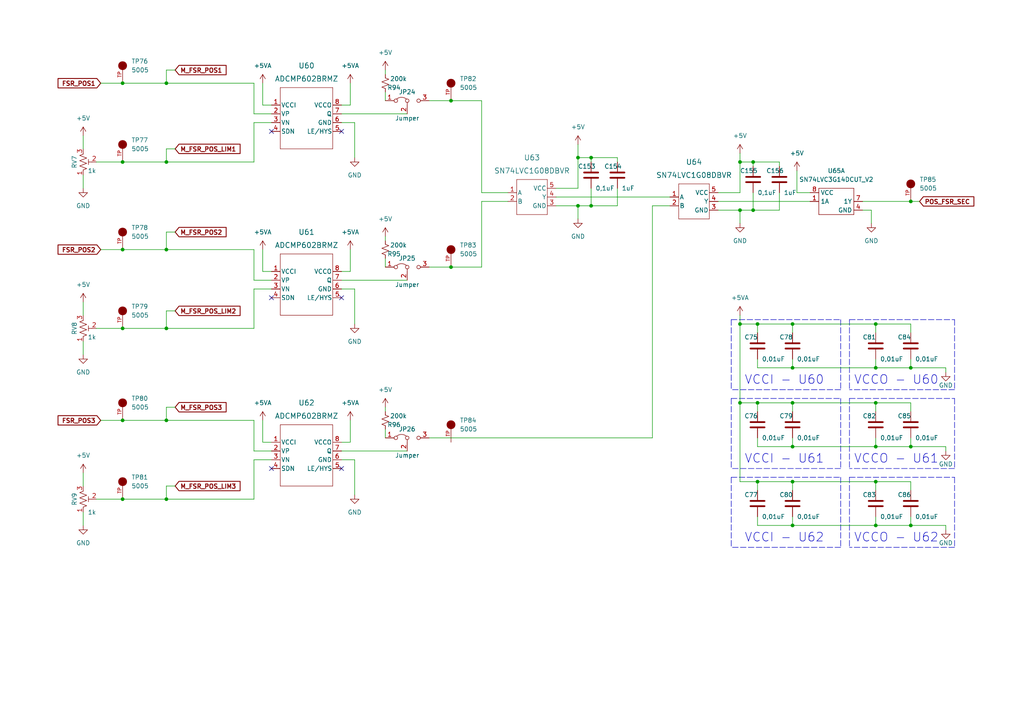
<source format=kicad_sch>
(kicad_sch (version 20211123) (generator eeschema)
  (paper "A4")
  (lib_symbols
    (symbol "ADCMP602BRMZ_1" (pin_names (offset 0.254))
      (property "Reference" "U" (at 8.89 6.35 0))
      (property "Value" "ADCMP602BRMZ_1" (at 16.51 -13.97 0))
      (symbol "ADCMP602BRMZ_1_1_1"
        (polyline (pts (xy 7.62 -12.7) (xy 22.86 -12.7)) (stroke (width 0.127)))
        (polyline (pts (xy 7.62 5.08) (xy 7.62 -12.7)) (stroke (width 0.127)))
        (polyline (pts (xy 22.86 -12.7) (xy 22.86 5.08)) (stroke (width 0.127)))
        (polyline (pts (xy 22.86 5.08) (xy 7.62 5.08)) (stroke (width 0.127)))
        (pin bidirectional line (at 5.08 0 0) (length 2.54) (name "VCCI") (number "1"))
        (pin input line (at 5.08 -2.54 0) (length 2.54) (name "VP") (number "2"))
        (pin input line (at 5.08 -5.08 0) (length 2.54) (name "VN") (number "3"))
        (pin unspecified line (at 5.08 -7.62 0) (length 2.54) (name "SDN") (number "4"))
        (pin unspecified line (at 25.4 -7.62 180) (length 2.45) (name "LE/HYS") (number "5"))
        (pin bidirectional line (at 25.4 -5.08 180) (length 2.54) (name "GND") (number "6"))
        (pin output line (at 25.4 -2.54 180) (length 2.54) (name "Q") (number "7"))
        (pin bidirectional line (at 25.4 0 180) (length 2.54) (name "VCCO") (number "8"))
      )
    )
    (symbol "Device:C" (pin_numbers hide) (pin_names (offset 0.254))
      (property "Reference" "C" (at 0.635 2.54 0))
      (property "Value" "C" (at 0.635 -2.54 0))
      (symbol "C_0_1"
        (polyline (pts (xy -2.032 -0.762) (xy 2.032 -0.762)) (stroke (width 0.508)))
        (polyline (pts (xy -2.032 0.762) (xy 2.032 0.762)) (stroke (width 0.508)))
      )
      (symbol "C_1_1"
        (pin passive line (at 0 3.81 270) (length 2.794) (name "~") (number "1"))
        (pin passive line (at 0 -3.81 90) (length 2.794) (name "~") (number "2"))
      )
    )
    (symbol "Device:R_Potentiometer_Trim_US" (pin_names (offset 1.016) hide)
      (property "Reference" "RV" (at -4.445 0 90))
      (property "Value" "R_Potentiometer_Trim_US" (at -2.54 0 90))
      (symbol "R_Potentiometer_Trim_US_0_1"
        (polyline (pts (xy 0 -2.286) (xy 0 -2.54)))
        (polyline (pts (xy 0 2.286) (xy 0 2.54)))
        (polyline (pts (xy 1.524 0.762) (xy 1.524 -0.762)))
        (polyline (pts (xy 2.54 0) (xy 1.524 0)))
        (polyline (pts (xy 0 -0.762) (xy 1.016 -1.143) (xy 0 -1.524) (xy -1.016 -1.905) (xy 0 -2.286)))
        (polyline (pts (xy 0 0.762) (xy 1.016 0.381) (xy 0 0) (xy -1.016 -0.381) (xy 0 -0.762)))
        (polyline (pts (xy 0 2.286) (xy 1.016 1.905) (xy 0 1.524) (xy -1.016 1.143) (xy 0 0.762)))
      )
      (symbol "R_Potentiometer_Trim_US_1_1"
        (pin passive line (at 0 3.81 270) (length 1.27) (name "1") (number "1"))
        (pin passive line (at 3.81 0 180) (length 1.27) (name "2") (number "2"))
        (pin passive line (at 0 -3.81 90) (length 1.27) (name "3") (number "3"))
      )
    )
    (symbol "Device:R_Small_US" (pin_numbers hide) (pin_names (offset 0.254) hide)
      (property "Reference" "R" (at 0.762 0.508 0))
      (property "Value" "R_Small_US" (at 0.762 -1.016 0))
      (symbol "R_Small_US_1_1"
        (polyline (pts (xy 0 0) (xy 1.016 -0.381) (xy 0 -0.762) (xy -1.016 -1.143) (xy 0 -1.524)))
        (polyline (pts (xy 0 1.524) (xy 1.016 1.143) (xy 0 0.762) (xy -1.016 0.381) (xy 0 0)))
        (pin passive line (at 0 2.54 270) (length 1.016) (name "~") (number "1"))
        (pin passive line (at 0 -2.54 90) (length 1.016) (name "~") (number "2"))
      )
    )
    (symbol "Jumper:Jumper_3_Bridged12" (pin_names (offset 0) hide)
      (property "Reference" "JP" (at -2.54 -2.54 0))
      (property "Value" "Jumper_3_Bridged12" (at 0 2.794 0))
      (symbol "Jumper_3_Bridged12_0_0"
        (circle (center -3.302 0) (radius 0.508))
        (circle (center 0 0) (radius 0.508))
        (circle (center 3.302 0) (radius 0.508))
      )
      (symbol "Jumper_3_Bridged12_0_1"
        (arc (start -0.254 0.508) (mid -1.651 0.9912) (end -3.048 0.508))
        (polyline (pts (xy 0 -1.27) (xy 0 -0.508)))
      )
      (symbol "Jumper_3_Bridged12_1_1"
        (pin passive line (at -6.35 0 0) (length 2.54) (name "A") (number "1"))
        (pin passive line (at 0 -3.81 90) (length 2.54) (name "C") (number "2"))
        (pin passive line (at 6.35 0 180) (length 2.54) (name "B") (number "3"))
      )
    )
    (symbol "SymLib:5005" (pin_names (offset 1.016))
      (property "Reference" "TP" (at -2.54 2.54 0))
      (property "Value" "5005" (at -2.54 -3.81 0))
      (symbol "5005_0_0"
        (circle (center 0 0) (radius 0.635) (stroke (width 1.27)))
        (pin passive line (at -5.08 0 0) (length 5.08) (name "~") (number "TP"))
      )
    )
    (symbol "SymLib:SN74LVC1G08DBVR" (pin_names (offset 0.254))
      (property "Reference" "U" (at 25.4 10.16 0))
      (property "Value" "SN74LVC1G08DBVR" (at 25.4 7.62 0))
      (symbol "SN74LVC1G08DBVR_0_1"
        (polyline (pts (xy 20.32 -7.62) (xy 29.21 -7.62)) (stroke (width 0.127)))
        (polyline (pts (xy 20.32 2.54) (xy 20.32 -7.62)) (stroke (width 0.127)))
        (polyline (pts (xy 29.21 -7.62) (xy 29.21 2.54)) (stroke (width 0.127)))
        (polyline (pts (xy 29.21 2.54) (xy 20.32 2.54)) (stroke (width 0.127)))
        (pin input line (at 17.78 -1.27 0) (length 2.54) (name "A") (number "1"))
        (pin input line (at 17.78 -3.81 0) (length 2.54) (name "B") (number "2"))
        (pin power_in line (at 31.75 -5.08 180) (length 2.54) (name "GND") (number "3"))
        (pin output line (at 31.75 -2.54 180) (length 2.54) (name "Y") (number "4"))
        (pin power_in line (at 31.75 0 180) (length 2.54) (name "VCC") (number "5"))
      )
    )
    (symbol "SymLib:SN74LVC3G14DCUT_V2"
      (property "Reference" "U" (at -3.81 5.08 0))
      (property "Value" "SN74LVC3G14DCUT_V2" (at 0 -5.08 0))
      (symbol "SN74LVC3G14DCUT_V2_0_1"
        (rectangle (start -5.08 -3.81) (end 5.08 -3.81))
        (rectangle (start -5.08 3.81) (end -5.08 -3.81))
        (rectangle (start -5.08 3.81) (end 5.08 3.81))
        (rectangle (start 5.08 3.81) (end 5.08 -3.81))
      )
      (symbol "SN74LVC3G14DCUT_V2_1_1"
        (pin bidirectional line (at -7.62 0 0) (length 2.54) (name "1A") (number "1"))
        (pin bidirectional line (at 7.62 -2.54 180) (length 2.54) (name "GND") (number "4"))
        (pin output line (at 7.62 0 180) (length 2.54) (name "1Y") (number "7"))
        (pin bidirectional line (at -7.62 2.54 0) (length 2.54) (name "VCC") (number "8"))
      )
      (symbol "SN74LVC3G14DCUT_V2_2_1"
        (pin bidirectional line (at -7.62 0 0) (length 2.54) (name "2A") (number "3"))
        (pin output line (at 7.62 0 180) (length 2.54) (name "2Y") (number "5"))
      )
      (symbol "SN74LVC3G14DCUT_V2_3_1"
        (pin output line (at 7.62 0 180) (length 2.54) (name "3Y") (number "2"))
        (pin bidirectional line (at -7.62 0 0) (length 2.54) (name "3A") (number "6"))
      )
    )
    (symbol "power:+5V" (power) (pin_names (offset 0))
      (property "Value" "+5V" (at 0 3.556 0))
      (symbol "+5V_0_1"
        (polyline (pts (xy -0.762 1.27) (xy 0 2.54)))
        (polyline (pts (xy 0 0) (xy 0 2.54)))
        (polyline (pts (xy 0 2.54) (xy 0.762 1.27)))
      )
      (symbol "+5V_1_1"
        (pin power_in line (at 0 0 90) (length 0) hide (name "+5V") (number "1"))
      )
    )
    (symbol "power:+5VA" (power) (pin_names (offset 0))
      (property "Value" "+5VA" (at 0 3.556 0))
      (symbol "+5VA_0_1"
        (polyline (pts (xy -0.762 1.27) (xy 0 2.54)))
        (polyline (pts (xy 0 0) (xy 0 2.54)))
        (polyline (pts (xy 0 2.54) (xy 0.762 1.27)))
      )
      (symbol "+5VA_1_1"
        (pin power_in line (at 0 0 90) (length 0) hide (name "+5VA") (number "1"))
      )
    )
    (symbol "power:GND" (power) (pin_names (offset 0))
      (property "Value" "GND" (at 0 -3.81 0))
      (symbol "GND_0_1"
        (polyline (pts (xy 0 0) (xy 0 -1.27) (xy 1.27 -1.27) (xy 0 -2.54) (xy -1.27 -1.27) (xy 0 -1.27)))
      )
      (symbol "GND_1_1"
        (pin power_in line (at 0 0 270) (length 0) hide (name "GND") (number "1"))
      )
    )
  )
  (junction (at 48.26 121.92))
  (junction (at 48.26 144.78))
  (junction (at 254 152.4))
  (junction (at 229.87 106.68))
  (junction (at 48.26 95.25))
  (junction (at 264.16 58.42))
  (junction (at 48.26 24.13))
  (junction (at 48.26 72.39))
  (junction (at 35.56 95.25))
  (junction (at 229.87 116.84))
  (junction (at 229.87 152.4))
  (junction (at 171.45 59.69))
  (junction (at 35.56 144.78))
  (junction (at 214.63 46.99))
  (junction (at 219.71 139.7))
  (junction (at 264.16 129.54))
  (junction (at 171.45 45.72))
  (junction (at 264.16 152.4))
  (junction (at 167.64 59.69))
  (junction (at 35.56 72.39))
  (junction (at 254 129.54))
  (junction (at 214.63 116.84))
  (junction (at 35.56 46.99))
  (junction (at 218.44 60.96))
  (junction (at 229.87 93.98))
  (junction (at 167.64 45.72))
  (junction (at 254 116.84))
  (junction (at 254 93.98))
  (junction (at 264.16 106.68))
  (junction (at 130.81 29.21))
  (junction (at 254 139.7))
  (junction (at 219.71 116.84))
  (junction (at 229.87 129.54))
  (junction (at 214.63 93.98))
  (junction (at 254 106.68))
  (junction (at 214.63 60.96))
  (junction (at 229.87 139.7))
  (junction (at 48.26 46.99))
  (junction (at 219.71 93.98))
  (junction (at 218.44 46.99))
  (junction (at 35.56 121.92))
  (junction (at 130.81 77.47))
  (junction (at 35.56 24.13))
  (no_connect (at 78.74 38.1))
  (no_connect (at 78.74 86.36))
  (no_connect (at 78.74 135.89))
  (no_connect (at 99.06 135.89))
  (no_connect (at 99.06 38.1))
  (no_connect (at 99.06 86.36))
  (wire (pts (xy 229.87 106.68) (xy 254 106.68)))
  (wire (pts (xy 264.16 106.68) (xy 254 106.68)))
  (wire (pts (xy 214.63 46.99) (xy 218.44 46.99)))
  (wire (pts (xy 73.66 35.56) (xy 73.66 46.99)))
  (wire (pts (xy 73.66 133.35) (xy 78.74 133.35)))
  (wire (pts (xy 50.8 118.11) (xy 48.26 118.11)))
  (wire (pts (xy 111.76 124.46) (xy 111.76 127)))
  (wire (pts (xy 111.76 26.67) (xy 111.76 29.21)))
  (wire (pts (xy 254 104.14) (xy 254 106.68)))
  (wire (pts (xy 229.87 116.84) (xy 254 116.84)))
  (wire (pts (xy 167.64 59.69) (xy 167.64 63.5)))
  (wire (pts (xy 167.64 45.72) (xy 171.45 45.72)))
  (wire (pts (xy 219.71 127) (xy 219.71 129.54)))
  (wire (pts (xy 111.76 69.85) (xy 111.76 68.58)))
  (wire (pts (xy 264.16 129.54) (xy 254 129.54)))
  (wire (pts (xy 229.87 149.86) (xy 229.87 152.4)))
  (wire (pts (xy 226.06 55.88) (xy 226.06 60.96)))
  (wire (pts (xy 218.44 48.26) (xy 218.44 46.99)))
  (wire (pts (xy 254 93.98) (xy 254 96.52)))
  (wire (pts (xy 29.21 72.39) (xy 35.56 72.39)))
  (wire (pts (xy 179.07 46.99) (xy 179.07 45.72)))
  (wire (pts (xy 35.56 24.13) (xy 48.26 24.13)))
  (wire (pts (xy 274.32 129.54) (xy 264.16 129.54)))
  (wire (pts (xy 219.71 104.14) (xy 219.71 106.68)))
  (wire (pts (xy 99.06 33.02) (xy 118.11 33.02)))
  (wire (pts (xy 139.7 55.88) (xy 147.32 55.88)))
  (wire (pts (xy 24.13 148.59) (xy 24.13 152.4)))
  (wire (pts (xy 35.56 121.92) (xy 48.26 121.92)))
  (wire (pts (xy 124.46 77.47) (xy 130.81 77.47)))
  (wire (pts (xy 50.8 140.97) (xy 48.26 140.97)))
  (wire (pts (xy 24.13 137.16) (xy 24.13 140.97)))
  (wire (pts (xy 234.95 55.88) (xy 231.14 55.88)))
  (wire (pts (xy 189.23 127) (xy 189.23 59.69)))
  (wire (pts (xy 264.16 149.86) (xy 264.16 152.4)))
  (wire (pts (xy 274.32 106.68) (xy 274.32 107.95)))
  (polyline (pts (xy 243.84 113.03) (xy 212.09 113.03)))
  (wire (pts (xy 167.64 45.72) (xy 167.64 54.61)))
  (wire (pts (xy 161.29 59.69) (xy 167.64 59.69)))
  (wire (pts (xy 48.26 144.78) (xy 73.66 144.78)))
  (wire (pts (xy 99.06 81.28) (xy 118.11 81.28)))
  (wire (pts (xy 219.71 116.84) (xy 229.87 116.84)))
  (wire (pts (xy 102.87 35.56) (xy 102.87 45.72)))
  (wire (pts (xy 101.6 72.39) (xy 101.6 78.74)))
  (wire (pts (xy 214.63 91.44) (xy 214.63 93.98)))
  (wire (pts (xy 24.13 39.37) (xy 24.13 43.18)))
  (wire (pts (xy 171.45 59.69) (xy 167.64 59.69)))
  (wire (pts (xy 214.63 116.84) (xy 219.71 116.84)))
  (wire (pts (xy 73.66 81.28) (xy 78.74 81.28)))
  (wire (pts (xy 214.63 139.7) (xy 219.71 139.7)))
  (wire (pts (xy 214.63 46.99) (xy 214.63 55.88)))
  (polyline (pts (xy 276.86 135.89) (xy 246.38 135.89)))
  (wire (pts (xy 208.28 60.96) (xy 214.63 60.96)))
  (polyline (pts (xy 212.09 138.43) (xy 212.09 158.75)))
  (wire (pts (xy 73.66 35.56) (xy 78.74 35.56)))
  (wire (pts (xy 50.8 67.31) (xy 48.26 67.31)))
  (wire (pts (xy 35.56 144.78) (xy 48.26 144.78)))
  (wire (pts (xy 229.87 93.98) (xy 229.87 96.52)))
  (wire (pts (xy 161.29 54.61) (xy 167.64 54.61)))
  (wire (pts (xy 99.06 35.56) (xy 102.87 35.56)))
  (wire (pts (xy 48.26 43.18) (xy 48.26 46.99)))
  (wire (pts (xy 139.7 77.47) (xy 139.7 58.42)))
  (wire (pts (xy 171.45 54.61) (xy 171.45 59.69)))
  (wire (pts (xy 229.87 139.7) (xy 254 139.7)))
  (wire (pts (xy 179.07 45.72) (xy 171.45 45.72)))
  (wire (pts (xy 167.64 41.91) (xy 167.64 45.72)))
  (wire (pts (xy 171.45 46.99) (xy 171.45 45.72)))
  (wire (pts (xy 24.13 87.63) (xy 24.13 91.44)))
  (wire (pts (xy 78.74 30.48) (xy 76.2 30.48)))
  (wire (pts (xy 73.66 83.82) (xy 78.74 83.82)))
  (wire (pts (xy 73.66 33.02) (xy 78.74 33.02)))
  (wire (pts (xy 254 139.7) (xy 254 142.24)))
  (wire (pts (xy 111.76 74.93) (xy 111.76 77.47)))
  (polyline (pts (xy 243.84 92.71) (xy 243.84 113.03)))
  (wire (pts (xy 48.26 95.25) (xy 73.66 95.25)))
  (wire (pts (xy 254 93.98) (xy 264.16 93.98)))
  (wire (pts (xy 48.26 72.39) (xy 73.66 72.39)))
  (polyline (pts (xy 276.86 138.43) (xy 276.86 158.75)))
  (wire (pts (xy 264.16 152.4) (xy 254 152.4)))
  (polyline (pts (xy 212.09 92.71) (xy 212.09 113.03)))
  (wire (pts (xy 29.21 121.92) (xy 35.56 121.92)))
  (wire (pts (xy 48.26 121.92) (xy 73.66 121.92)))
  (wire (pts (xy 139.7 29.21) (xy 139.7 55.88)))
  (wire (pts (xy 208.28 55.88) (xy 214.63 55.88)))
  (wire (pts (xy 264.16 58.42) (xy 266.7 58.42)))
  (polyline (pts (xy 246.38 138.43) (xy 246.38 158.75)))
  (wire (pts (xy 274.32 129.54) (xy 274.32 130.81)))
  (wire (pts (xy 214.63 44.45) (xy 214.63 46.99)))
  (wire (pts (xy 254 149.86) (xy 254 152.4)))
  (wire (pts (xy 229.87 152.4) (xy 219.71 152.4)))
  (wire (pts (xy 171.45 59.69) (xy 179.07 59.69)))
  (wire (pts (xy 214.63 60.96) (xy 214.63 64.77)))
  (wire (pts (xy 264.16 104.14) (xy 264.16 106.68)))
  (wire (pts (xy 179.07 54.61) (xy 179.07 59.69)))
  (wire (pts (xy 214.63 93.98) (xy 214.63 116.84)))
  (polyline (pts (xy 276.86 113.03) (xy 246.38 113.03)))
  (polyline (pts (xy 246.38 92.71) (xy 246.38 113.03)))
  (wire (pts (xy 48.26 140.97) (xy 48.26 144.78)))
  (wire (pts (xy 229.87 127) (xy 229.87 129.54)))
  (wire (pts (xy 219.71 93.98) (xy 229.87 93.98)))
  (wire (pts (xy 229.87 104.14) (xy 229.87 106.68)))
  (wire (pts (xy 226.06 46.99) (xy 218.44 46.99)))
  (wire (pts (xy 73.66 72.39) (xy 73.66 81.28)))
  (wire (pts (xy 274.32 152.4) (xy 274.32 153.67)))
  (wire (pts (xy 254 116.84) (xy 254 119.38)))
  (polyline (pts (xy 212.09 115.57) (xy 212.09 135.89)))
  (polyline (pts (xy 276.86 115.57) (xy 276.86 135.89)))
  (wire (pts (xy 48.26 24.13) (xy 73.66 24.13)))
  (wire (pts (xy 218.44 55.88) (xy 218.44 60.96)))
  (polyline (pts (xy 243.84 138.43) (xy 243.84 158.75)))
  (wire (pts (xy 99.06 128.27) (xy 101.6 128.27)))
  (polyline (pts (xy 276.86 92.71) (xy 276.86 113.03)))
  (wire (pts (xy 48.26 67.31) (xy 48.26 72.39)))
  (wire (pts (xy 24.13 99.06) (xy 24.13 102.87)))
  (polyline (pts (xy 246.38 92.71) (xy 276.86 92.71)))
  (wire (pts (xy 254 116.84) (xy 264.16 116.84)))
  (wire (pts (xy 208.28 58.42) (xy 234.95 58.42)))
  (wire (pts (xy 218.44 60.96) (xy 226.06 60.96)))
  (wire (pts (xy 27.94 95.25) (xy 35.56 95.25)))
  (wire (pts (xy 264.16 116.84) (xy 264.16 119.38)))
  (wire (pts (xy 73.66 24.13) (xy 73.66 33.02)))
  (wire (pts (xy 29.21 24.13) (xy 35.56 24.13)))
  (wire (pts (xy 229.87 116.84) (xy 229.87 119.38)))
  (wire (pts (xy 111.76 21.59) (xy 111.76 20.32)))
  (wire (pts (xy 250.19 60.96) (xy 252.73 60.96)))
  (polyline (pts (xy 212.09 92.71) (xy 243.84 92.71)))
  (wire (pts (xy 229.87 106.68) (xy 219.71 106.68)))
  (wire (pts (xy 24.13 50.8) (xy 24.13 54.61)))
  (wire (pts (xy 252.73 60.96) (xy 252.73 64.77)))
  (wire (pts (xy 139.7 58.42) (xy 147.32 58.42)))
  (wire (pts (xy 250.19 58.42) (xy 264.16 58.42)))
  (wire (pts (xy 48.26 46.99) (xy 73.66 46.99)))
  (wire (pts (xy 50.8 43.18) (xy 48.26 43.18)))
  (wire (pts (xy 76.2 30.48) (xy 76.2 24.13)))
  (wire (pts (xy 264.16 127) (xy 264.16 129.54)))
  (wire (pts (xy 219.71 139.7) (xy 219.71 142.24)))
  (wire (pts (xy 73.66 133.35) (xy 73.66 144.78)))
  (wire (pts (xy 161.29 57.15) (xy 194.31 57.15)))
  (wire (pts (xy 214.63 93.98) (xy 219.71 93.98)))
  (wire (pts (xy 50.8 90.17) (xy 48.26 90.17)))
  (wire (pts (xy 48.26 90.17) (xy 48.26 95.25)))
  (wire (pts (xy 229.87 93.98) (xy 254 93.98)))
  (wire (pts (xy 214.63 116.84) (xy 214.63 139.7)))
  (wire (pts (xy 35.56 46.99) (xy 48.26 46.99)))
  (wire (pts (xy 124.46 127) (xy 189.23 127)))
  (wire (pts (xy 102.87 133.35) (xy 102.87 143.51)))
  (wire (pts (xy 130.81 77.47) (xy 139.7 77.47)))
  (wire (pts (xy 76.2 128.27) (xy 76.2 121.92)))
  (polyline (pts (xy 243.84 115.57) (xy 243.84 135.89)))
  (wire (pts (xy 130.81 29.21) (xy 124.46 29.21)))
  (wire (pts (xy 76.2 78.74) (xy 76.2 72.39)))
  (wire (pts (xy 218.44 60.96) (xy 214.63 60.96)))
  (wire (pts (xy 219.71 139.7) (xy 229.87 139.7)))
  (wire (pts (xy 274.32 106.68) (xy 264.16 106.68)))
  (polyline (pts (xy 212.09 138.43) (xy 243.84 138.43)))
  (wire (pts (xy 27.94 46.99) (xy 35.56 46.99)))
  (wire (pts (xy 73.66 83.82) (xy 73.66 95.25)))
  (wire (pts (xy 35.56 72.39) (xy 48.26 72.39)))
  (wire (pts (xy 274.32 152.4) (xy 264.16 152.4)))
  (wire (pts (xy 189.23 59.69) (xy 194.31 59.69)))
  (polyline (pts (xy 246.38 115.57) (xy 276.86 115.57)))
  (wire (pts (xy 264.16 93.98) (xy 264.16 96.52)))
  (wire (pts (xy 78.74 128.27) (xy 76.2 128.27)))
  (wire (pts (xy 219.71 116.84) (xy 219.71 119.38)))
  (wire (pts (xy 99.06 78.74) (xy 101.6 78.74)))
  (wire (pts (xy 73.66 121.92) (xy 73.66 130.81)))
  (wire (pts (xy 73.66 130.81) (xy 78.74 130.81)))
  (wire (pts (xy 101.6 24.13) (xy 101.6 30.48)))
  (polyline (pts (xy 276.86 158.75) (xy 246.38 158.75)))
  (wire (pts (xy 27.94 144.78) (xy 35.56 144.78)))
  (wire (pts (xy 99.06 133.35) (xy 102.87 133.35)))
  (wire (pts (xy 99.06 130.81) (xy 118.11 130.81)))
  (polyline (pts (xy 246.38 138.43) (xy 276.86 138.43)))
  (wire (pts (xy 264.16 139.7) (xy 264.16 142.24)))
  (wire (pts (xy 99.06 30.48) (xy 101.6 30.48)))
  (wire (pts (xy 254 139.7) (xy 264.16 139.7)))
  (wire (pts (xy 50.8 20.32) (xy 48.26 20.32)))
  (polyline (pts (xy 246.38 115.57) (xy 246.38 135.89)))
  (wire (pts (xy 254 127) (xy 254 129.54)))
  (wire (pts (xy 219.71 149.86) (xy 219.71 152.4)))
  (wire (pts (xy 102.87 83.82) (xy 102.87 93.98)))
  (wire (pts (xy 78.74 78.74) (xy 76.2 78.74)))
  (wire (pts (xy 139.7 29.21) (xy 130.81 29.21)))
  (wire (pts (xy 229.87 129.54) (xy 219.71 129.54)))
  (wire (pts (xy 48.26 20.32) (xy 48.26 24.13)))
  (wire (pts (xy 111.76 119.38) (xy 111.76 118.11)))
  (polyline (pts (xy 212.09 115.57) (xy 243.84 115.57)))
  (wire (pts (xy 48.26 118.11) (xy 48.26 121.92)))
  (wire (pts (xy 35.56 95.25) (xy 48.26 95.25)))
  (wire (pts (xy 229.87 129.54) (xy 254 129.54)))
  (wire (pts (xy 99.06 83.82) (xy 102.87 83.82)))
  (wire (pts (xy 229.87 139.7) (xy 229.87 142.24)))
  (polyline (pts (xy 243.84 135.89) (xy 212.09 135.89)))
  (wire (pts (xy 226.06 48.26) (xy 226.06 46.99)))
  (wire (pts (xy 231.14 49.53) (xy 231.14 55.88)))
  (wire (pts (xy 219.71 93.98) (xy 219.71 96.52)))
  (polyline (pts (xy 243.84 158.75) (xy 212.09 158.75)))
  (wire (pts (xy 229.87 152.4) (xy 254 152.4)))
  (wire (pts (xy 101.6 121.92) (xy 101.6 128.27)))
  (text "VCCI - U61" (at 215.9 134.62 0) (effects (font (size 2.54 2.54)) (justify left bottom)))
  (text "VCCI - U62" (at 215.9 157.48 0) (effects (font (size 2.54 2.54)) (justify left bottom)))
  (text "VCCI - U60" (at 215.9 111.76 0) (effects (font (size 2.54 2.54)) (justify left bottom)))
  (text "VCCO - U62" (at 247.65 157.48 0) (effects (font (size 2.54 2.54)) (justify left bottom)))
  (text "VCCO - U61" (at 247.65 134.62 0) (effects (font (size 2.54 2.54)) (justify left bottom)))
  (text "VCCO - U60" (at 247.65 111.76 0) (effects (font (size 2.54 2.54)) (justify left bottom)))
  (global_label "FSR_POS3" (shape input) (at 29.21 121.92 180) (effects (font (thickness 0.254) bold)) (property "Intersheet References" "${INTERSHEET_REFS}" (effects hide)))
  (global_label "POS_FSR_SEC" (shape input) (at 266.7 58.42 0) (effects (font (thickness 0.254) bold)) (property "Intersheet References" "${INTERSHEET_REFS}" (effects hide)))
  (global_label "FSR_POS2" (shape input) (at 29.21 72.39 180) (effects (font (thickness 0.254) bold)) (property "Intersheet References" "${INTERSHEET_REFS}" (effects hide)))
  (global_label "M_FSR_POS3" (shape input) (at 50.8 118.11 0) (effects (font (thickness 0.254) bold)) (property "Intersheet References" "${INTERSHEET_REFS}" (effects hide)))
  (global_label "FSR_POS1" (shape input) (at 29.21 24.13 180) (effects (font (thickness 0.254) bold)) (property "Intersheet References" "${INTERSHEET_REFS}" (effects hide)))
  (global_label "M_FSR_POS_LIM2" (shape input) (at 50.8 90.17 0) (effects (font (thickness 0.254) bold)) (property "Intersheet References" "${INTERSHEET_REFS}" (effects hide)))
  (global_label "M_FSR_POS2" (shape input) (at 50.8 67.31 0) (effects (font (thickness 0.254) bold)) (property "Intersheet References" "${INTERSHEET_REFS}" (effects hide)))
  (global_label "M_FSR_POS_LIM1" (shape input) (at 50.8 43.18 0) (effects (font (thickness 0.254) bold)) (property "Intersheet References" "${INTERSHEET_REFS}" (effects hide)))
  (global_label "M_FSR_POS_LIM3" (shape input) (at 50.8 140.97 0) (effects (font (thickness 0.254) bold)) (property "Intersheet References" "${INTERSHEET_REFS}" (effects hide)))
  (global_label "M_FSR_POS1" (shape input) (at 50.8 20.32 0) (effects (font (thickness 0.254) bold)) (property "Intersheet References" "${INTERSHEET_REFS}" (effects hide)))
  (symbol (lib_id "Device:R_Small_US") (at 111.76 72.39 0) (unit 1)
    (property "Reference" "R95" (at 114.3 73.66 0))
    (property "Value" "200k" (at 115.57 71.12 0))
    (property "Footprint" "Resistor_SMD:R_0603_1608Metric" (effects hide))
  )
  (symbol (lib_id "power:GND") (at 24.13 102.87 0) (unit 1)
    (property "Reference" "#PWR0338" (effects hide))
    (property "Value" "GND" (at 24.13 107.95 0))
  )
  (symbol (lib_id "power:+5V") (at 111.76 20.32 0) (unit 1)
    (property "Reference" "#PWR0350" (effects hide))
    (property "Value" "+5V" (at 111.76 15.24 0))
  )
  (symbol (lib_id "SymLib:5005") (at 130.81 24.13 90) (unit 1)
    (property "Reference" "TP82" (at 133.35 22.8599 90) (effects (justify right)))
    (property "Value" "5005" (at 133.35 25.3999 90) (effects (justify right)))
    (property "Footprint" "FootPrint:KEYSTONE_5005" (effects hide))
    (property "MF" "Keystone Electronics" (effects hide))
    (property "DESCRIPTION" "Compact THM Test Point -Red" (effects hide))
    (property "PACKAGE" "NON STANDARD-1 Keystone" (effects hide))
    (property "PRICE" "None" (effects hide))
    (property "MP" "5005" (effects hide))
    (property "AVAILABILITY" "In Stock" (effects hide))
    (property "PURCHASE-URL" "https://pricing.snapeda.com/search/part/5005/?ref=eda" (effects hide))
  )
  (symbol (lib_id "SymLib:5005") (at 264.16 53.34 90) (unit 1)
    (property "Reference" "TP85" (at 266.7 52.0699 90) (effects (justify right)))
    (property "Value" "5005" (at 266.7 54.6099 90) (effects (justify right)))
    (property "Footprint" "FootPrint:KEYSTONE_5005" (effects hide))
    (property "MF" "Keystone Electronics" (effects hide))
    (property "DESCRIPTION" "Compact THM Test Point -Red" (effects hide))
    (property "PACKAGE" "NON STANDARD-1 Keystone" (effects hide))
    (property "PRICE" "None" (effects hide))
    (property "MP" "5005" (effects hide))
    (property "AVAILABILITY" "In Stock" (effects hide))
    (property "PURCHASE-URL" "https://pricing.snapeda.com/search/part/5005/?ref=eda" (effects hide))
  )
  (symbol (lib_id "power:+5V") (at 111.76 68.58 0) (unit 1)
    (property "Reference" "#PWR0351" (effects hide))
    (property "Value" "+5V" (at 111.76 63.5 0))
  )
  (symbol (lib_id "power:GND") (at 24.13 54.61 0) (unit 1)
    (property "Reference" "#PWR0336" (effects hide))
    (property "Value" "GND" (at 24.13 59.69 0))
  )
  (symbol (lib_id "Device:C") (at 226.06 52.07 0) (unit 1)
    (property "Reference" "C156" (at 222.25 49.53 0) (effects (justify left)))
    (property "Value" "1uF" (at 227.33 55.88 0) (effects (justify left)))
    (property "Footprint" "Capacitor_SMD:C_0603_1608Metric" (effects hide))
  )
  (symbol (lib_id "power:+5V") (at 214.63 44.45 0) (unit 1)
    (property "Reference" "#PWR0356" (effects hide))
    (property "Value" "+5V" (at 214.63 39.37 0))
  )
  (symbol (lib_id "Device:C") (at 264.16 100.33 0) (unit 1)
    (property "Reference" "C84" (at 260.35 97.79 0) (effects (justify left)))
    (property "Value" "0,01uF" (at 265.43 104.14 0) (effects (justify left)))
    (property "Footprint" "Capacitor_SMD:C_0603_1608Metric" (effects hide))
  )
  (symbol (lib_id "power:+5VA") (at 101.6 72.39 0) (unit 1)
    (property "Reference" "#PWR0345" (effects hide))
    (property "Value" "+5VA" (at 101.6 67.31 0))
  )
  (symbol (lib_id "Jumper:Jumper_3_Bridged12") (at 118.11 127 0) (unit 1)
    (property "Reference" "JP26" (at 118.11 124.46 0))
    (property "Value" "Jumper" (at 118.11 132.08 0))
    (property "Footprint" "Connector_PinHeader_2.54mm:PinHeader_1x03_P2.54mm_Vertical" (effects hide))
  )
  (symbol (lib_id "Device:C") (at 218.44 52.07 0) (unit 1)
    (property "Reference" "C155" (at 214.63 49.53 0) (effects (justify left)))
    (property "Value" "0,1uF" (at 219.71 55.88 0) (effects (justify left)))
    (property "Footprint" "Capacitor_SMD:C_0603_1608Metric" (effects hide))
  )
  (symbol (lib_id "Device:C") (at 254 146.05 0) (unit 1)
    (property "Reference" "C83" (at 250.19 143.51 0) (effects (justify left)))
    (property "Value" "0,01uF" (at 255.27 149.86 0) (effects (justify left)))
    (property "Footprint" "Capacitor_SMD:C_0603_1608Metric" (effects hide))
  )
  (symbol (lib_id "Device:C") (at 264.16 123.19 0) (unit 1)
    (property "Reference" "C85" (at 260.35 120.65 0) (effects (justify left)))
    (property "Value" "0,01uF" (at 265.43 127 0) (effects (justify left)))
    (property "Footprint" "Capacitor_SMD:C_0603_1608Metric" (effects hide))
  )
  (symbol (lib_id "power:+5V") (at 24.13 137.16 0) (unit 1)
    (property "Reference" "#PWR0339" (effects hide))
    (property "Value" "+5V" (at 24.13 132.08 0))
  )
  (symbol (lib_id "power:+5VA") (at 76.2 121.92 0) (unit 1)
    (property "Reference" "#PWR0343" (effects hide))
    (property "Value" "+5VA" (at 76.2 116.84 0))
  )
  (symbol (lib_id "Device:C") (at 254 100.33 0) (unit 1)
    (property "Reference" "C81" (at 250.19 97.79 0) (effects (justify left)))
    (property "Value" "0,01uF" (at 255.27 104.14 0) (effects (justify left)))
    (property "Footprint" "Capacitor_SMD:C_0603_1608Metric" (effects hide))
  )
  (symbol (lib_id "power:+5VA") (at 101.6 24.13 0) (unit 1)
    (property "Reference" "#PWR0344" (effects hide))
    (property "Value" "+5VA" (at 101.6 19.05 0))
  )
  (symbol (lib_id "SymLib:5005") (at 35.56 67.31 90) (unit 1)
    (property "Reference" "TP78" (at 38.1 66.0399 90) (effects (justify right)))
    (property "Value" "5005" (at 38.1 68.5799 90) (effects (justify right)))
    (property "Footprint" "FootPrint:KEYSTONE_5005" (effects hide))
    (property "MF" "Keystone Electronics" (effects hide))
    (property "DESCRIPTION" "Compact THM Test Point -Red" (effects hide))
    (property "PACKAGE" "NON STANDARD-1 Keystone" (effects hide))
    (property "PRICE" "None" (effects hide))
    (property "MP" "5005" (effects hide))
    (property "AVAILABILITY" "In Stock" (effects hide))
    (property "PURCHASE-URL" "https://pricing.snapeda.com/search/part/5005/?ref=eda" (effects hide))
  )
  (symbol (lib_id "power:GND") (at 214.63 64.77 0) (unit 1)
    (property "Reference" "#PWR0355" (effects hide))
    (property "Value" "GND" (at 214.63 69.85 0))
  )
  (symbol (lib_id "power:+5V") (at 167.64 41.91 0) (unit 1)
    (property "Reference" "#PWR0354" (effects hide))
    (property "Value" "+5V" (at 167.64 36.83 0))
  )
  (symbol (lib_id "power:+5V") (at 24.13 87.63 0) (unit 1)
    (property "Reference" "#PWR0337" (effects hide))
    (property "Value" "+5V" (at 24.13 82.55 0))
  )
  (symbol (lib_id "power:+5V") (at 231.14 49.53 0) (unit 1)
    (property "Reference" "#PWR0357" (effects hide))
    (property "Value" "+5V" (at 231.14 44.45 0))
  )
  (symbol (lib_id "Device:C") (at 179.07 50.8 0) (unit 1)
    (property "Reference" "C154" (at 175.26 48.26 0) (effects (justify left)))
    (property "Value" "1uF" (at 180.34 54.61 0) (effects (justify left)))
    (property "Footprint" "Capacitor_SMD:C_0603_1608Metric" (effects hide))
  )
  (symbol (lib_id "power:GND") (at 102.87 93.98 0) (unit 1)
    (property "Reference" "#PWR0348" (effects hide))
    (property "Value" "GND" (at 102.87 99.06 0))
  )
  (symbol (lib_id "power:GND") (at 274.32 107.95 0) (unit 1)
    (property "Reference" "#PWR0360" (effects hide))
    (property "Value" "GND" (at 274.32 111.76 0))
  )
  (symbol (lib_id "power:+5V") (at 24.13 39.37 0) (unit 1)
    (property "Reference" "#PWR0335" (effects hide))
    (property "Value" "+5V" (at 24.13 34.29 0))
  )
  (symbol (lib_id "SymLib:5005") (at 35.56 139.7 90) (unit 1)
    (property "Reference" "TP81" (at 38.1 138.4299 90) (effects (justify right)))
    (property "Value" "5005" (at 38.1 140.9699 90) (effects (justify right)))
    (property "Footprint" "FootPrint:KEYSTONE_5005" (effects hide))
    (property "MF" "Keystone Electronics" (effects hide))
    (property "DESCRIPTION" "Compact THM Test Point -Red" (effects hide))
    (property "PACKAGE" "NON STANDARD-1 Keystone" (effects hide))
    (property "PRICE" "None" (effects hide))
    (property "MP" "5005" (effects hide))
    (property "AVAILABILITY" "In Stock" (effects hide))
    (property "PURCHASE-URL" "https://pricing.snapeda.com/search/part/5005/?ref=eda" (effects hide))
  )
  (symbol (lib_id "power:+5VA") (at 76.2 72.39 0) (unit 1)
    (property "Reference" "#PWR0342" (effects hide))
    (property "Value" "+5VA" (at 76.2 67.31 0))
  )
  (symbol (lib_id "power:GND") (at 274.32 130.81 0) (unit 1)
    (property "Reference" "#PWR0361" (effects hide))
    (property "Value" "GND" (at 274.32 134.62 0))
  )
  (symbol (lib_id "Device:R_Potentiometer_Trim_US") (at 24.13 144.78 0) (mirror x) (unit 1)
    (property "Reference" "RV9" (at 21.59 144.78 90))
    (property "Value" "1k" (at 26.67 148.59 0))
    (property "Footprint" "FootPrint:TRIM_3362P-1-102LF" (effects hide))
  )
  (symbol (lib_id "Device:C") (at 229.87 100.33 0) (unit 1)
    (property "Reference" "C78" (at 226.06 97.79 0) (effects (justify left)))
    (property "Value" "0,01uF" (at 231.14 104.14 0) (effects (justify left)))
    (property "Footprint" "Capacitor_SMD:C_0603_1608Metric" (effects hide))
  )
  (symbol (lib_id "SymLib:5005") (at 130.81 72.39 90) (unit 1)
    (property "Reference" "TP83" (at 133.35 71.1199 90) (effects (justify right)))
    (property "Value" "5005" (at 133.35 73.6599 90) (effects (justify right)))
    (property "Footprint" "FootPrint:KEYSTONE_5005" (effects hide))
    (property "MF" "Keystone Electronics" (effects hide))
    (property "DESCRIPTION" "Compact THM Test Point -Red" (effects hide))
    (property "PACKAGE" "NON STANDARD-1 Keystone" (effects hide))
    (property "PRICE" "None" (effects hide))
    (property "MP" "5005" (effects hide))
    (property "AVAILABILITY" "In Stock" (effects hide))
    (property "PURCHASE-URL" "https://pricing.snapeda.com/search/part/5005/?ref=eda" (effects hide))
  )
  (symbol (lib_id "Jumper:Jumper_3_Bridged12") (at 118.11 77.47 0) (unit 1)
    (property "Reference" "JP25" (at 118.11 74.93 0))
    (property "Value" "Jumper" (at 118.11 82.55 0))
    (property "Footprint" "Connector_PinHeader_2.54mm:PinHeader_1x03_P2.54mm_Vertical" (effects hide))
  )
  (symbol (lib_id "Device:C") (at 254 123.19 0) (unit 1)
    (property "Reference" "C82" (at 250.19 120.65 0) (effects (justify left)))
    (property "Value" "0,01uF" (at 255.27 127 0) (effects (justify left)))
    (property "Footprint" "Capacitor_SMD:C_0603_1608Metric" (effects hide))
  )
  (symbol (lib_id "SymLib:5005") (at 130.81 123.19 90) (unit 1)
    (property "Reference" "TP84" (at 133.35 121.9199 90) (effects (justify right)))
    (property "Value" "5005" (at 133.35 124.4599 90) (effects (justify right)))
    (property "Footprint" "FootPrint:KEYSTONE_5005" (effects hide))
    (property "MF" "Keystone Electronics" (effects hide))
    (property "DESCRIPTION" "Compact THM Test Point -Red" (effects hide))
    (property "PACKAGE" "NON STANDARD-1 Keystone" (effects hide))
    (property "PRICE" "None" (effects hide))
    (property "MP" "5005" (effects hide))
    (property "AVAILABILITY" "In Stock" (effects hide))
    (property "PURCHASE-URL" "https://pricing.snapeda.com/search/part/5005/?ref=eda" (effects hide))
  )
  (symbol (lib_id "SymLib:5005") (at 35.56 19.05 90) (unit 1)
    (property "Reference" "TP76" (at 38.1 17.7799 90) (effects (justify right)))
    (property "Value" "5005" (at 38.1 20.3199 90) (effects (justify right)))
    (property "Footprint" "FootPrint:KEYSTONE_5005" (effects hide))
    (property "MF" "Keystone Electronics" (effects hide))
    (property "DESCRIPTION" "Compact THM Test Point -Red" (effects hide))
    (property "PACKAGE" "NON STANDARD-1 Keystone" (effects hide))
    (property "PRICE" "None" (effects hide))
    (property "MP" "5005" (effects hide))
    (property "AVAILABILITY" "In Stock" (effects hide))
    (property "PURCHASE-URL" "https://pricing.snapeda.com/search/part/5005/?ref=eda" (effects hide))
  )
  (symbol (lib_id "power:+5VA") (at 76.2 24.13 0) (unit 1)
    (property "Reference" "#PWR0341" (effects hide))
    (property "Value" "+5VA" (at 76.2 19.05 0))
  )
  (symbol (lib_id "Device:C") (at 219.71 123.19 0) (unit 1)
    (property "Reference" "C76" (at 215.9 120.65 0) (effects (justify left)))
    (property "Value" "0,01uF" (at 220.98 127 0) (effects (justify left)))
    (property "Footprint" "Capacitor_SMD:C_0603_1608Metric" (effects hide))
  )
  (symbol (lib_id "Jumper:Jumper_3_Bridged12") (at 118.11 29.21 0) (unit 1)
    (property "Reference" "JP24" (at 118.11 26.67 0))
    (property "Value" "Jumper" (at 118.11 34.29 0))
    (property "Footprint" "Connector_PinHeader_2.54mm:PinHeader_1x03_P2.54mm_Vertical" (effects hide))
  )
  (symbol (lib_name "ADCMP602BRMZ_1") (lib_id "SymLib:ADCMP602BRMZ") (at 73.66 78.74 0) (unit 1)
    (property "Reference" "U61" (at 88.9132 67.31 0) (effects (font (size 1.524 1.524))))
    (property "Value" "ADCMP602BRMZ" (at 88.9132 71.12 0) (effects (font (size 1.524 1.524))))
    (property "Footprint" "FootPrint:ADCMP602BRMZ" (effects hide))
    (property "Datasheet" "ADCMP602BRMZ" (effects hide))
  )
  (symbol (lib_id "SymLib:5005") (at 35.56 90.17 90) (unit 1)
    (property "Reference" "TP79" (at 38.1 88.8999 90) (effects (justify right)))
    (property "Value" "5005" (at 38.1 91.4399 90) (effects (justify right)))
    (property "Footprint" "FootPrint:KEYSTONE_5005" (effects hide))
    (property "MF" "Keystone Electronics" (effects hide))
    (property "DESCRIPTION" "Compact THM Test Point -Red" (effects hide))
    (property "PACKAGE" "NON STANDARD-1 Keystone" (effects hide))
    (property "PRICE" "None" (effects hide))
    (property "MP" "5005" (effects hide))
    (property "AVAILABILITY" "In Stock" (effects hide))
    (property "PURCHASE-URL" "https://pricing.snapeda.com/search/part/5005/?ref=eda" (effects hide))
  )
  (symbol (lib_id "Device:R_Small_US") (at 111.76 121.92 0) (unit 1)
    (property "Reference" "R96" (at 114.3 123.19 0))
    (property "Value" "200k" (at 115.57 120.65 0))
    (property "Footprint" "Resistor_SMD:R_0603_1608Metric" (effects hide))
  )
  (symbol (lib_id "power:GND") (at 252.73 64.77 0) (unit 1)
    (property "Reference" "#PWR0359" (effects hide))
    (property "Value" "GND" (at 252.73 69.85 0))
  )
  (symbol (lib_id "SymLib:5005") (at 35.56 116.84 90) (unit 1)
    (property "Reference" "TP80" (at 38.1 115.5699 90) (effects (justify right)))
    (property "Value" "5005" (at 38.1 118.1099 90) (effects (justify right)))
    (property "Footprint" "FootPrint:KEYSTONE_5005" (effects hide))
    (property "MF" "Keystone Electronics" (effects hide))
    (property "DESCRIPTION" "Compact THM Test Point -Red" (effects hide))
    (property "PACKAGE" "NON STANDARD-1 Keystone" (effects hide))
    (property "PRICE" "None" (effects hide))
    (property "MP" "5005" (effects hide))
    (property "AVAILABILITY" "In Stock" (effects hide))
    (property "PURCHASE-URL" "https://pricing.snapeda.com/search/part/5005/?ref=eda" (effects hide))
  )
  (symbol (lib_id "Device:C") (at 219.71 100.33 0) (unit 1)
    (property "Reference" "C75" (at 215.9 97.79 0) (effects (justify left)))
    (property "Value" "0,01uF" (at 220.98 104.14 0) (effects (justify left)))
    (property "Footprint" "Capacitor_SMD:C_0603_1608Metric" (effects hide))
  )
  (symbol (lib_id "power:GND") (at 24.13 152.4 0) (unit 1)
    (property "Reference" "#PWR0340" (effects hide))
    (property "Value" "GND" (at 24.13 157.48 0))
  )
  (symbol (lib_id "Device:C") (at 229.87 146.05 0) (unit 1)
    (property "Reference" "C80" (at 226.06 143.51 0) (effects (justify left)))
    (property "Value" "0,01uF" (at 231.14 149.86 0) (effects (justify left)))
    (property "Footprint" "Capacitor_SMD:C_0603_1608Metric" (effects hide))
  )
  (symbol (lib_id "Device:C") (at 219.71 146.05 0) (unit 1)
    (property "Reference" "C77" (at 215.9 143.51 0) (effects (justify left)))
    (property "Value" "0,01uF" (at 220.98 149.86 0) (effects (justify left)))
    (property "Footprint" "Capacitor_SMD:C_0603_1608Metric" (effects hide))
  )
  (symbol (lib_id "power:+5VA") (at 214.63 91.44 0) (unit 1)
    (property "Reference" "#PWR0358" (effects hide))
    (property "Value" "+5VA" (at 214.63 86.36 0))
  )
  (symbol (lib_id "Device:C") (at 171.45 50.8 0) (unit 1)
    (property "Reference" "C153" (at 167.64 48.26 0) (effects (justify left)))
    (property "Value" "0,1uF" (at 172.72 54.61 0) (effects (justify left)))
    (property "Footprint" "Capacitor_SMD:C_0603_1608Metric" (effects hide))
  )
  (symbol (lib_id "Device:R_Small_US") (at 111.76 24.13 0) (unit 1)
    (property "Reference" "R94" (at 114.3 25.4 0))
    (property "Value" "200k" (at 115.57 22.86 0))
    (property "Footprint" "Resistor_SMD:R_0603_1608Metric" (effects hide))
  )
  (symbol (lib_id "Device:C") (at 229.87 123.19 0) (unit 1)
    (property "Reference" "C79" (at 226.06 120.65 0) (effects (justify left)))
    (property "Value" "0,01uF" (at 231.14 127 0) (effects (justify left)))
    (property "Footprint" "Capacitor_SMD:C_0603_1608Metric" (effects hide))
  )
  (symbol (lib_id "power:GND") (at 102.87 45.72 0) (unit 1)
    (property "Reference" "#PWR0347" (effects hide))
    (property "Value" "GND" (at 102.87 50.8 0))
  )
  (symbol (lib_name "ADCMP602BRMZ_1") (lib_id "SymLib:ADCMP602BRMZ") (at 73.66 128.27 0) (unit 1)
    (property "Reference" "U62" (at 88.9132 116.84 0) (effects (font (size 1.524 1.524))))
    (property "Value" "ADCMP602BRMZ" (at 88.9132 120.65 0) (effects (font (size 1.524 1.524))))
    (property "Footprint" "FootPrint:ADCMP602BRMZ" (effects hide))
    (property "Datasheet" "ADCMP602BRMZ" (effects hide))
  )
  (symbol (lib_id "Device:R_Potentiometer_Trim_US") (at 24.13 95.25 0) (mirror x) (unit 1)
    (property "Reference" "RV8" (at 21.59 95.25 90))
    (property "Value" "1k" (at 26.67 97.79 0))
    (property "Footprint" "FootPrint:TRIM_3362P-1-102LF" (effects hide))
  )
  (symbol (lib_id "power:GND") (at 102.87 143.51 0) (unit 1)
    (property "Reference" "#PWR0349" (effects hide))
    (property "Value" "GND" (at 102.87 148.59 0))
  )
  (symbol (lib_id "power:+5V") (at 111.76 118.11 0) (unit 1)
    (property "Reference" "#PWR0352" (effects hide))
    (property "Value" "+5V" (at 111.76 113.03 0))
  )
  (symbol (lib_id "power:+5VA") (at 101.6 121.92 0) (unit 1)
    (property "Reference" "#PWR0346" (effects hide))
    (property "Value" "+5VA" (at 101.6 116.84 0))
  )
  (symbol (lib_id "power:GND") (at 274.32 153.67 0) (unit 1)
    (property "Reference" "#PWR0362" (effects hide))
    (property "Value" "GND" (at 274.32 157.48 0))
  )
  (symbol (lib_id "SymLib:SN74LVC3G14DCUT_V2") (at 242.57 58.42 0) (unit 1)
    (property "Reference" "U65" (at 242.57 49.53 0))
    (property "Value" "SN74LVC3G14DCUT_V2" (at 242.57 52.07 0))
    (property "Footprint" "FootPrint:SN74LVC3G14DCUT" (effects hide))
  )
  (symbol (lib_id "power:GND") (at 167.64 63.5 0) (unit 1)
    (property "Reference" "#PWR0353" (effects hide))
    (property "Value" "GND" (at 167.64 68.58 0))
  )
  (symbol (lib_id "SymLib:5005") (at 35.56 41.91 90) (unit 1)
    (property "Reference" "TP77" (at 38.1 40.6399 90) (effects (justify right)))
    (property "Value" "5005" (at 38.1 43.1799 90) (effects (justify right)))
    (property "Footprint" "FootPrint:KEYSTONE_5005" (effects hide))
    (property "MF" "Keystone Electronics" (effects hide))
    (property "DESCRIPTION" "Compact THM Test Point -Red" (effects hide))
    (property "PACKAGE" "NON STANDARD-1 Keystone" (effects hide))
    (property "PRICE" "None" (effects hide))
    (property "MP" "5005" (effects hide))
    (property "AVAILABILITY" "In Stock" (effects hide))
    (property "PURCHASE-URL" "https://pricing.snapeda.com/search/part/5005/?ref=eda" (effects hide))
  )
  (symbol (lib_id "SymLib:SN74LVC1G08DBVR") (at 129.54 54.61 0) (unit 1)
    (property "Reference" "U63" (at 154.305 45.72 0) (effects (font (size 1.524 1.524))))
    (property "Value" "SN74LVC1G08DBVR" (at 154.305 49.53 0) (effects (font (size 1.524 1.524))))
    (property "Footprint" "FootPrint:SOT95P270X145-5N" (effects hide))
  )
  (symbol (lib_name "ADCMP602BRMZ_1") (lib_id "SymLib:ADCMP602BRMZ") (at 73.66 30.48 0) (unit 1)
    (property "Reference" "U60" (at 88.9132 19.05 0) (effects (font (size 1.524 1.524))))
    (property "Value" "ADCMP602BRMZ" (at 88.9132 22.86 0) (effects (font (size 1.524 1.524))))
    (property "Footprint" "FootPrint:ADCMP602BRMZ" (effects hide))
    (property "Datasheet" "ADCMP602BRMZ" (effects hide))
  )
  (symbol (lib_id "Device:R_Potentiometer_Trim_US") (at 24.13 46.99 0) (mirror x) (unit 1)
    (property "Reference" "RV7" (at 21.59 46.99 90))
    (property "Value" "1k" (at 26.67 49.53 0))
    (property "Footprint" "FootPrint:TRIM_3362P-1-102LF" (effects hide))
  )
  (symbol (lib_id "SymLib:SN74LVC1G08DBVR") (at 176.53 55.88 0) (unit 1)
    (property "Reference" "U64" (at 201.295 46.99 0) (effects (font (size 1.524 1.524))))
    (property "Value" "SN74LVC1G08DBVR" (at 201.295 50.8 0) (effects (font (size 1.524 1.524))))
    (property "Footprint" "FootPrint:SOT95P270X145-5N" (effects hide))
  )
  (symbol (lib_id "Device:C") (at 264.16 146.05 0) (unit 1)
    (property "Reference" "C86" (at 260.35 143.51 0) (effects (justify left)))
    (property "Value" "0,01uF" (at 265.43 149.86 0) (effects (justify left)))
    (property "Footprint" "Capacitor_SMD:C_0603_1608Metric" (effects hide))
  )
)
</source>
